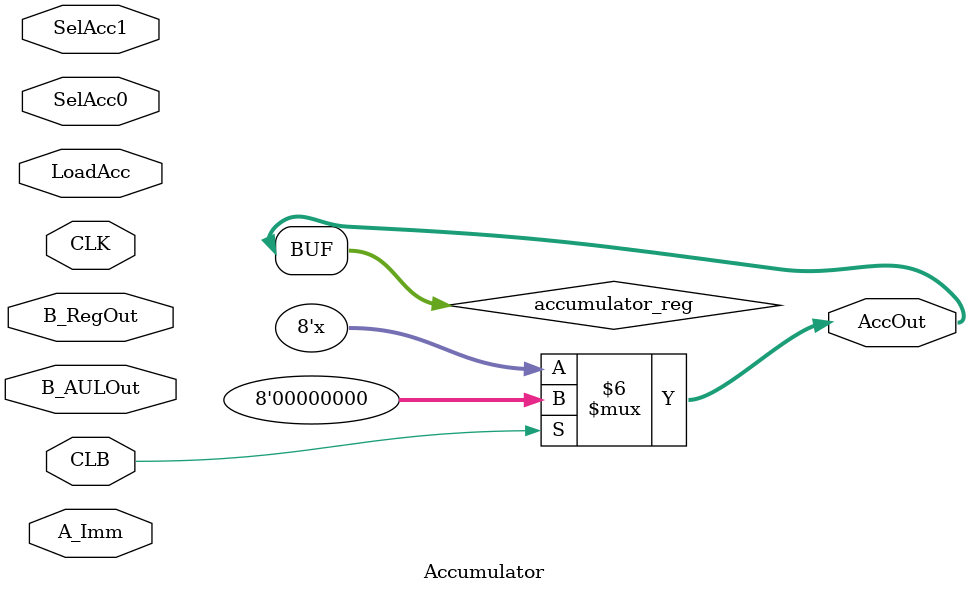
<source format=v>

module Accumulator(
	input wire [3:0] A_Imm,
	input wire [7:0] B_RegOut,
	input wire [7:0] B_AULOut,
	input LoadAcc, SelAcc1, SelAcc0,
	input CLK, CLB, 
	output [7:0] AccOut
	);
	
	reg [7:0] accumulator_reg;

    
	assign AccOut = accumulator_reg;
	wire [7:0] mux0_out;
	wire [7:0] mux1_out;
	mux2_1 inst_mux2to1_0 (SelAcc0,A_Imm,B_RegOut,mux0_out);
	mux2_1 inst_mux2to1_1 (SelAcc1,mux0_out,B_AULOut,mux1_out);

    always @*
        if (CLB) begin
        	accumulator_reg <= 8'b00000000;
	   end
       else if(LoadAcc) begin
            accumulator_reg <= accumulator_reg + mux1_out;
       end
	
endmodule

</source>
